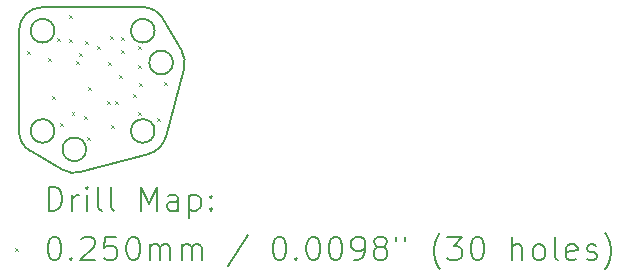
<source format=gbr>
%TF.GenerationSoftware,KiCad,Pcbnew,7.0.7*%
%TF.CreationDate,2024-01-02T23:41:26-05:00*%
%TF.ProjectId,O12encoder,4f313265-6e63-46f6-9465-722e6b696361,1*%
%TF.SameCoordinates,Original*%
%TF.FileFunction,Drillmap*%
%TF.FilePolarity,Positive*%
%FSLAX45Y45*%
G04 Gerber Fmt 4.5, Leading zero omitted, Abs format (unit mm)*
G04 Created by KiCad (PCBNEW 7.0.7) date 2024-01-02 23:41:26*
%MOMM*%
%LPD*%
G01*
G04 APERTURE LIST*
%ADD10C,0.150000*%
%ADD11C,0.200000*%
%ADD12C,0.025000*%
G04 APERTURE END LIST*
D10*
X4744709Y-5752760D02*
G75*
G03*
X4896472Y-5772741I100001J173210D01*
G01*
X4675736Y-5424264D02*
G75*
G03*
X4675736Y-5424264I-100000J0D01*
G01*
X4575736Y-4375736D02*
G75*
G03*
X4375736Y-4575736I4J-200004D01*
G01*
X4896472Y-5772741D02*
X5476028Y-5617449D01*
X5679555Y-4844709D02*
G75*
G03*
X5679555Y-4844709I-100000J0D01*
G01*
X5524264Y-5424264D02*
G75*
G03*
X5524264Y-5424264I-100000J0D01*
G01*
X4375735Y-5424264D02*
G75*
G03*
X4475736Y-5597469I200006J4D01*
G01*
X5617449Y-5476028D02*
X5772741Y-4896472D01*
X5597472Y-4475734D02*
G75*
G03*
X5424264Y-4375736I-173212J-100016D01*
G01*
X4675736Y-4575736D02*
G75*
G03*
X4675736Y-4575736I-100000J0D01*
G01*
X5772743Y-4896473D02*
G75*
G03*
X5752760Y-4744709I-193173J51763D01*
G01*
X4944709Y-5579556D02*
G75*
G03*
X4944709Y-5579556I-100000J0D01*
G01*
X5524264Y-4575736D02*
G75*
G03*
X5524264Y-4575736I-100000J0D01*
G01*
X5424264Y-4375736D02*
X4575736Y-4375736D01*
X5752761Y-4744709D02*
X5597469Y-4475736D01*
X4475736Y-5597469D02*
X4744709Y-5752761D01*
X4375736Y-4575736D02*
X4375736Y-5424264D01*
X5476028Y-5617449D02*
G75*
G03*
X5617449Y-5476028I-51768J193189D01*
G01*
D11*
D12*
X4443500Y-4749500D02*
X4468500Y-4774500D01*
X4468500Y-4749500D02*
X4443500Y-4774500D01*
X4624879Y-4807425D02*
X4649879Y-4832425D01*
X4649879Y-4807425D02*
X4624879Y-4832425D01*
X4652500Y-5127500D02*
X4677500Y-5152500D01*
X4677500Y-5127500D02*
X4652500Y-5152500D01*
X4697500Y-4640500D02*
X4722500Y-4665500D01*
X4722500Y-4640500D02*
X4697500Y-4665500D01*
X4722500Y-5357500D02*
X4747500Y-5382500D01*
X4747500Y-5357500D02*
X4722500Y-5382500D01*
X4797500Y-4645000D02*
X4822500Y-4670000D01*
X4822500Y-4645000D02*
X4797500Y-4670000D01*
X4801500Y-4445500D02*
X4826500Y-4470500D01*
X4826500Y-4445500D02*
X4801500Y-4470500D01*
X4821050Y-5267200D02*
X4846050Y-5292200D01*
X4846050Y-5267200D02*
X4821050Y-5292200D01*
X4856324Y-4831677D02*
X4881324Y-4856677D01*
X4881324Y-4831677D02*
X4856324Y-4856677D01*
X4882500Y-4763500D02*
X4907500Y-4788500D01*
X4907500Y-4763500D02*
X4882500Y-4788500D01*
X4927483Y-5296100D02*
X4952483Y-5321100D01*
X4952483Y-5296100D02*
X4927483Y-5321100D01*
X4935500Y-4663500D02*
X4960500Y-4688500D01*
X4960500Y-4663500D02*
X4935500Y-4688500D01*
X4952500Y-5472500D02*
X4977500Y-5497500D01*
X4977500Y-5472500D02*
X4952500Y-5497500D01*
X4961095Y-5052500D02*
X4986095Y-5077500D01*
X4986095Y-5052500D02*
X4961095Y-5077500D01*
X5037500Y-4707500D02*
X5062500Y-4732500D01*
X5062500Y-4707500D02*
X5037500Y-4732500D01*
X5118512Y-5171524D02*
X5143512Y-5196524D01*
X5143512Y-5171524D02*
X5118512Y-5196524D01*
X5130950Y-4842500D02*
X5155950Y-4867500D01*
X5155950Y-4842500D02*
X5130950Y-4867500D01*
X5149410Y-4621903D02*
X5174410Y-4646903D01*
X5174410Y-4621903D02*
X5149410Y-4646903D01*
X5157500Y-5377500D02*
X5182500Y-5402500D01*
X5182500Y-5377500D02*
X5157500Y-5402500D01*
X5192500Y-5167500D02*
X5217500Y-5192500D01*
X5217500Y-5167500D02*
X5192500Y-5192500D01*
X5222500Y-4947500D02*
X5247500Y-4972500D01*
X5247500Y-4947500D02*
X5222500Y-4972500D01*
X5237500Y-4632500D02*
X5262500Y-4657500D01*
X5262500Y-4632500D02*
X5237500Y-4657500D01*
X5237500Y-4742500D02*
X5262500Y-4767500D01*
X5262500Y-4742500D02*
X5237500Y-4767500D01*
X5342500Y-5107500D02*
X5367500Y-5132500D01*
X5367500Y-5107500D02*
X5342500Y-5132500D01*
X5381450Y-4709090D02*
X5406450Y-4734090D01*
X5406450Y-4709090D02*
X5381450Y-4734090D01*
X5381881Y-5265881D02*
X5406881Y-5290881D01*
X5406881Y-5265881D02*
X5381881Y-5290881D01*
X5385818Y-4863020D02*
X5410818Y-4888020D01*
X5410818Y-4863020D02*
X5385818Y-4888020D01*
X5392500Y-5017500D02*
X5417500Y-5042500D01*
X5417500Y-5017500D02*
X5392500Y-5042500D01*
X5547500Y-5312500D02*
X5572500Y-5337500D01*
X5572500Y-5312500D02*
X5547500Y-5337500D01*
X5606500Y-5009500D02*
X5631500Y-5034500D01*
X5631500Y-5009500D02*
X5606500Y-5034500D01*
D11*
X4629013Y-6098539D02*
X4629013Y-5898539D01*
X4629013Y-5898539D02*
X4676632Y-5898539D01*
X4676632Y-5898539D02*
X4705203Y-5908063D01*
X4705203Y-5908063D02*
X4724251Y-5927110D01*
X4724251Y-5927110D02*
X4733775Y-5946158D01*
X4733775Y-5946158D02*
X4743298Y-5984253D01*
X4743298Y-5984253D02*
X4743298Y-6012824D01*
X4743298Y-6012824D02*
X4733775Y-6050920D01*
X4733775Y-6050920D02*
X4724251Y-6069967D01*
X4724251Y-6069967D02*
X4705203Y-6089015D01*
X4705203Y-6089015D02*
X4676632Y-6098539D01*
X4676632Y-6098539D02*
X4629013Y-6098539D01*
X4829013Y-6098539D02*
X4829013Y-5965205D01*
X4829013Y-6003301D02*
X4838537Y-5984253D01*
X4838537Y-5984253D02*
X4848060Y-5974729D01*
X4848060Y-5974729D02*
X4867108Y-5965205D01*
X4867108Y-5965205D02*
X4886156Y-5965205D01*
X4952822Y-6098539D02*
X4952822Y-5965205D01*
X4952822Y-5898539D02*
X4943298Y-5908063D01*
X4943298Y-5908063D02*
X4952822Y-5917586D01*
X4952822Y-5917586D02*
X4962346Y-5908063D01*
X4962346Y-5908063D02*
X4952822Y-5898539D01*
X4952822Y-5898539D02*
X4952822Y-5917586D01*
X5076632Y-6098539D02*
X5057584Y-6089015D01*
X5057584Y-6089015D02*
X5048060Y-6069967D01*
X5048060Y-6069967D02*
X5048060Y-5898539D01*
X5181394Y-6098539D02*
X5162346Y-6089015D01*
X5162346Y-6089015D02*
X5152822Y-6069967D01*
X5152822Y-6069967D02*
X5152822Y-5898539D01*
X5409965Y-6098539D02*
X5409965Y-5898539D01*
X5409965Y-5898539D02*
X5476632Y-6041396D01*
X5476632Y-6041396D02*
X5543298Y-5898539D01*
X5543298Y-5898539D02*
X5543298Y-6098539D01*
X5724251Y-6098539D02*
X5724251Y-5993777D01*
X5724251Y-5993777D02*
X5714727Y-5974729D01*
X5714727Y-5974729D02*
X5695679Y-5965205D01*
X5695679Y-5965205D02*
X5657584Y-5965205D01*
X5657584Y-5965205D02*
X5638536Y-5974729D01*
X5724251Y-6089015D02*
X5705203Y-6098539D01*
X5705203Y-6098539D02*
X5657584Y-6098539D01*
X5657584Y-6098539D02*
X5638536Y-6089015D01*
X5638536Y-6089015D02*
X5629013Y-6069967D01*
X5629013Y-6069967D02*
X5629013Y-6050920D01*
X5629013Y-6050920D02*
X5638536Y-6031872D01*
X5638536Y-6031872D02*
X5657584Y-6022348D01*
X5657584Y-6022348D02*
X5705203Y-6022348D01*
X5705203Y-6022348D02*
X5724251Y-6012824D01*
X5819489Y-5965205D02*
X5819489Y-6165205D01*
X5819489Y-5974729D02*
X5838536Y-5965205D01*
X5838536Y-5965205D02*
X5876632Y-5965205D01*
X5876632Y-5965205D02*
X5895679Y-5974729D01*
X5895679Y-5974729D02*
X5905203Y-5984253D01*
X5905203Y-5984253D02*
X5914727Y-6003301D01*
X5914727Y-6003301D02*
X5914727Y-6060443D01*
X5914727Y-6060443D02*
X5905203Y-6079491D01*
X5905203Y-6079491D02*
X5895679Y-6089015D01*
X5895679Y-6089015D02*
X5876632Y-6098539D01*
X5876632Y-6098539D02*
X5838536Y-6098539D01*
X5838536Y-6098539D02*
X5819489Y-6089015D01*
X6000441Y-6079491D02*
X6009965Y-6089015D01*
X6009965Y-6089015D02*
X6000441Y-6098539D01*
X6000441Y-6098539D02*
X5990917Y-6089015D01*
X5990917Y-6089015D02*
X6000441Y-6079491D01*
X6000441Y-6079491D02*
X6000441Y-6098539D01*
X6000441Y-5974729D02*
X6009965Y-5984253D01*
X6009965Y-5984253D02*
X6000441Y-5993777D01*
X6000441Y-5993777D02*
X5990917Y-5984253D01*
X5990917Y-5984253D02*
X6000441Y-5974729D01*
X6000441Y-5974729D02*
X6000441Y-5993777D01*
D12*
X4343236Y-6414555D02*
X4368236Y-6439555D01*
X4368236Y-6414555D02*
X4343236Y-6439555D01*
D11*
X4667108Y-6318539D02*
X4686156Y-6318539D01*
X4686156Y-6318539D02*
X4705203Y-6328063D01*
X4705203Y-6328063D02*
X4714727Y-6337586D01*
X4714727Y-6337586D02*
X4724251Y-6356634D01*
X4724251Y-6356634D02*
X4733775Y-6394729D01*
X4733775Y-6394729D02*
X4733775Y-6442348D01*
X4733775Y-6442348D02*
X4724251Y-6480443D01*
X4724251Y-6480443D02*
X4714727Y-6499491D01*
X4714727Y-6499491D02*
X4705203Y-6509015D01*
X4705203Y-6509015D02*
X4686156Y-6518539D01*
X4686156Y-6518539D02*
X4667108Y-6518539D01*
X4667108Y-6518539D02*
X4648060Y-6509015D01*
X4648060Y-6509015D02*
X4638537Y-6499491D01*
X4638537Y-6499491D02*
X4629013Y-6480443D01*
X4629013Y-6480443D02*
X4619489Y-6442348D01*
X4619489Y-6442348D02*
X4619489Y-6394729D01*
X4619489Y-6394729D02*
X4629013Y-6356634D01*
X4629013Y-6356634D02*
X4638537Y-6337586D01*
X4638537Y-6337586D02*
X4648060Y-6328063D01*
X4648060Y-6328063D02*
X4667108Y-6318539D01*
X4819489Y-6499491D02*
X4829013Y-6509015D01*
X4829013Y-6509015D02*
X4819489Y-6518539D01*
X4819489Y-6518539D02*
X4809965Y-6509015D01*
X4809965Y-6509015D02*
X4819489Y-6499491D01*
X4819489Y-6499491D02*
X4819489Y-6518539D01*
X4905203Y-6337586D02*
X4914727Y-6328063D01*
X4914727Y-6328063D02*
X4933775Y-6318539D01*
X4933775Y-6318539D02*
X4981394Y-6318539D01*
X4981394Y-6318539D02*
X5000441Y-6328063D01*
X5000441Y-6328063D02*
X5009965Y-6337586D01*
X5009965Y-6337586D02*
X5019489Y-6356634D01*
X5019489Y-6356634D02*
X5019489Y-6375682D01*
X5019489Y-6375682D02*
X5009965Y-6404253D01*
X5009965Y-6404253D02*
X4895679Y-6518539D01*
X4895679Y-6518539D02*
X5019489Y-6518539D01*
X5200441Y-6318539D02*
X5105203Y-6318539D01*
X5105203Y-6318539D02*
X5095679Y-6413777D01*
X5095679Y-6413777D02*
X5105203Y-6404253D01*
X5105203Y-6404253D02*
X5124251Y-6394729D01*
X5124251Y-6394729D02*
X5171870Y-6394729D01*
X5171870Y-6394729D02*
X5190918Y-6404253D01*
X5190918Y-6404253D02*
X5200441Y-6413777D01*
X5200441Y-6413777D02*
X5209965Y-6432824D01*
X5209965Y-6432824D02*
X5209965Y-6480443D01*
X5209965Y-6480443D02*
X5200441Y-6499491D01*
X5200441Y-6499491D02*
X5190918Y-6509015D01*
X5190918Y-6509015D02*
X5171870Y-6518539D01*
X5171870Y-6518539D02*
X5124251Y-6518539D01*
X5124251Y-6518539D02*
X5105203Y-6509015D01*
X5105203Y-6509015D02*
X5095679Y-6499491D01*
X5333775Y-6318539D02*
X5352822Y-6318539D01*
X5352822Y-6318539D02*
X5371870Y-6328063D01*
X5371870Y-6328063D02*
X5381394Y-6337586D01*
X5381394Y-6337586D02*
X5390918Y-6356634D01*
X5390918Y-6356634D02*
X5400441Y-6394729D01*
X5400441Y-6394729D02*
X5400441Y-6442348D01*
X5400441Y-6442348D02*
X5390918Y-6480443D01*
X5390918Y-6480443D02*
X5381394Y-6499491D01*
X5381394Y-6499491D02*
X5371870Y-6509015D01*
X5371870Y-6509015D02*
X5352822Y-6518539D01*
X5352822Y-6518539D02*
X5333775Y-6518539D01*
X5333775Y-6518539D02*
X5314727Y-6509015D01*
X5314727Y-6509015D02*
X5305203Y-6499491D01*
X5305203Y-6499491D02*
X5295679Y-6480443D01*
X5295679Y-6480443D02*
X5286156Y-6442348D01*
X5286156Y-6442348D02*
X5286156Y-6394729D01*
X5286156Y-6394729D02*
X5295679Y-6356634D01*
X5295679Y-6356634D02*
X5305203Y-6337586D01*
X5305203Y-6337586D02*
X5314727Y-6328063D01*
X5314727Y-6328063D02*
X5333775Y-6318539D01*
X5486156Y-6518539D02*
X5486156Y-6385205D01*
X5486156Y-6404253D02*
X5495679Y-6394729D01*
X5495679Y-6394729D02*
X5514727Y-6385205D01*
X5514727Y-6385205D02*
X5543299Y-6385205D01*
X5543299Y-6385205D02*
X5562346Y-6394729D01*
X5562346Y-6394729D02*
X5571870Y-6413777D01*
X5571870Y-6413777D02*
X5571870Y-6518539D01*
X5571870Y-6413777D02*
X5581394Y-6394729D01*
X5581394Y-6394729D02*
X5600441Y-6385205D01*
X5600441Y-6385205D02*
X5629013Y-6385205D01*
X5629013Y-6385205D02*
X5648060Y-6394729D01*
X5648060Y-6394729D02*
X5657584Y-6413777D01*
X5657584Y-6413777D02*
X5657584Y-6518539D01*
X5752822Y-6518539D02*
X5752822Y-6385205D01*
X5752822Y-6404253D02*
X5762346Y-6394729D01*
X5762346Y-6394729D02*
X5781394Y-6385205D01*
X5781394Y-6385205D02*
X5809965Y-6385205D01*
X5809965Y-6385205D02*
X5829013Y-6394729D01*
X5829013Y-6394729D02*
X5838537Y-6413777D01*
X5838537Y-6413777D02*
X5838537Y-6518539D01*
X5838537Y-6413777D02*
X5848060Y-6394729D01*
X5848060Y-6394729D02*
X5867108Y-6385205D01*
X5867108Y-6385205D02*
X5895679Y-6385205D01*
X5895679Y-6385205D02*
X5914727Y-6394729D01*
X5914727Y-6394729D02*
X5924251Y-6413777D01*
X5924251Y-6413777D02*
X5924251Y-6518539D01*
X6314727Y-6309015D02*
X6143299Y-6566158D01*
X6571870Y-6318539D02*
X6590918Y-6318539D01*
X6590918Y-6318539D02*
X6609965Y-6328063D01*
X6609965Y-6328063D02*
X6619489Y-6337586D01*
X6619489Y-6337586D02*
X6629013Y-6356634D01*
X6629013Y-6356634D02*
X6638537Y-6394729D01*
X6638537Y-6394729D02*
X6638537Y-6442348D01*
X6638537Y-6442348D02*
X6629013Y-6480443D01*
X6629013Y-6480443D02*
X6619489Y-6499491D01*
X6619489Y-6499491D02*
X6609965Y-6509015D01*
X6609965Y-6509015D02*
X6590918Y-6518539D01*
X6590918Y-6518539D02*
X6571870Y-6518539D01*
X6571870Y-6518539D02*
X6552822Y-6509015D01*
X6552822Y-6509015D02*
X6543299Y-6499491D01*
X6543299Y-6499491D02*
X6533775Y-6480443D01*
X6533775Y-6480443D02*
X6524251Y-6442348D01*
X6524251Y-6442348D02*
X6524251Y-6394729D01*
X6524251Y-6394729D02*
X6533775Y-6356634D01*
X6533775Y-6356634D02*
X6543299Y-6337586D01*
X6543299Y-6337586D02*
X6552822Y-6328063D01*
X6552822Y-6328063D02*
X6571870Y-6318539D01*
X6724251Y-6499491D02*
X6733775Y-6509015D01*
X6733775Y-6509015D02*
X6724251Y-6518539D01*
X6724251Y-6518539D02*
X6714727Y-6509015D01*
X6714727Y-6509015D02*
X6724251Y-6499491D01*
X6724251Y-6499491D02*
X6724251Y-6518539D01*
X6857584Y-6318539D02*
X6876632Y-6318539D01*
X6876632Y-6318539D02*
X6895680Y-6328063D01*
X6895680Y-6328063D02*
X6905203Y-6337586D01*
X6905203Y-6337586D02*
X6914727Y-6356634D01*
X6914727Y-6356634D02*
X6924251Y-6394729D01*
X6924251Y-6394729D02*
X6924251Y-6442348D01*
X6924251Y-6442348D02*
X6914727Y-6480443D01*
X6914727Y-6480443D02*
X6905203Y-6499491D01*
X6905203Y-6499491D02*
X6895680Y-6509015D01*
X6895680Y-6509015D02*
X6876632Y-6518539D01*
X6876632Y-6518539D02*
X6857584Y-6518539D01*
X6857584Y-6518539D02*
X6838537Y-6509015D01*
X6838537Y-6509015D02*
X6829013Y-6499491D01*
X6829013Y-6499491D02*
X6819489Y-6480443D01*
X6819489Y-6480443D02*
X6809965Y-6442348D01*
X6809965Y-6442348D02*
X6809965Y-6394729D01*
X6809965Y-6394729D02*
X6819489Y-6356634D01*
X6819489Y-6356634D02*
X6829013Y-6337586D01*
X6829013Y-6337586D02*
X6838537Y-6328063D01*
X6838537Y-6328063D02*
X6857584Y-6318539D01*
X7048060Y-6318539D02*
X7067108Y-6318539D01*
X7067108Y-6318539D02*
X7086156Y-6328063D01*
X7086156Y-6328063D02*
X7095680Y-6337586D01*
X7095680Y-6337586D02*
X7105203Y-6356634D01*
X7105203Y-6356634D02*
X7114727Y-6394729D01*
X7114727Y-6394729D02*
X7114727Y-6442348D01*
X7114727Y-6442348D02*
X7105203Y-6480443D01*
X7105203Y-6480443D02*
X7095680Y-6499491D01*
X7095680Y-6499491D02*
X7086156Y-6509015D01*
X7086156Y-6509015D02*
X7067108Y-6518539D01*
X7067108Y-6518539D02*
X7048060Y-6518539D01*
X7048060Y-6518539D02*
X7029013Y-6509015D01*
X7029013Y-6509015D02*
X7019489Y-6499491D01*
X7019489Y-6499491D02*
X7009965Y-6480443D01*
X7009965Y-6480443D02*
X7000441Y-6442348D01*
X7000441Y-6442348D02*
X7000441Y-6394729D01*
X7000441Y-6394729D02*
X7009965Y-6356634D01*
X7009965Y-6356634D02*
X7019489Y-6337586D01*
X7019489Y-6337586D02*
X7029013Y-6328063D01*
X7029013Y-6328063D02*
X7048060Y-6318539D01*
X7209965Y-6518539D02*
X7248060Y-6518539D01*
X7248060Y-6518539D02*
X7267108Y-6509015D01*
X7267108Y-6509015D02*
X7276632Y-6499491D01*
X7276632Y-6499491D02*
X7295680Y-6470920D01*
X7295680Y-6470920D02*
X7305203Y-6432824D01*
X7305203Y-6432824D02*
X7305203Y-6356634D01*
X7305203Y-6356634D02*
X7295680Y-6337586D01*
X7295680Y-6337586D02*
X7286156Y-6328063D01*
X7286156Y-6328063D02*
X7267108Y-6318539D01*
X7267108Y-6318539D02*
X7229013Y-6318539D01*
X7229013Y-6318539D02*
X7209965Y-6328063D01*
X7209965Y-6328063D02*
X7200441Y-6337586D01*
X7200441Y-6337586D02*
X7190918Y-6356634D01*
X7190918Y-6356634D02*
X7190918Y-6404253D01*
X7190918Y-6404253D02*
X7200441Y-6423301D01*
X7200441Y-6423301D02*
X7209965Y-6432824D01*
X7209965Y-6432824D02*
X7229013Y-6442348D01*
X7229013Y-6442348D02*
X7267108Y-6442348D01*
X7267108Y-6442348D02*
X7286156Y-6432824D01*
X7286156Y-6432824D02*
X7295680Y-6423301D01*
X7295680Y-6423301D02*
X7305203Y-6404253D01*
X7419489Y-6404253D02*
X7400441Y-6394729D01*
X7400441Y-6394729D02*
X7390918Y-6385205D01*
X7390918Y-6385205D02*
X7381394Y-6366158D01*
X7381394Y-6366158D02*
X7381394Y-6356634D01*
X7381394Y-6356634D02*
X7390918Y-6337586D01*
X7390918Y-6337586D02*
X7400441Y-6328063D01*
X7400441Y-6328063D02*
X7419489Y-6318539D01*
X7419489Y-6318539D02*
X7457584Y-6318539D01*
X7457584Y-6318539D02*
X7476632Y-6328063D01*
X7476632Y-6328063D02*
X7486156Y-6337586D01*
X7486156Y-6337586D02*
X7495680Y-6356634D01*
X7495680Y-6356634D02*
X7495680Y-6366158D01*
X7495680Y-6366158D02*
X7486156Y-6385205D01*
X7486156Y-6385205D02*
X7476632Y-6394729D01*
X7476632Y-6394729D02*
X7457584Y-6404253D01*
X7457584Y-6404253D02*
X7419489Y-6404253D01*
X7419489Y-6404253D02*
X7400441Y-6413777D01*
X7400441Y-6413777D02*
X7390918Y-6423301D01*
X7390918Y-6423301D02*
X7381394Y-6442348D01*
X7381394Y-6442348D02*
X7381394Y-6480443D01*
X7381394Y-6480443D02*
X7390918Y-6499491D01*
X7390918Y-6499491D02*
X7400441Y-6509015D01*
X7400441Y-6509015D02*
X7419489Y-6518539D01*
X7419489Y-6518539D02*
X7457584Y-6518539D01*
X7457584Y-6518539D02*
X7476632Y-6509015D01*
X7476632Y-6509015D02*
X7486156Y-6499491D01*
X7486156Y-6499491D02*
X7495680Y-6480443D01*
X7495680Y-6480443D02*
X7495680Y-6442348D01*
X7495680Y-6442348D02*
X7486156Y-6423301D01*
X7486156Y-6423301D02*
X7476632Y-6413777D01*
X7476632Y-6413777D02*
X7457584Y-6404253D01*
X7571870Y-6318539D02*
X7571870Y-6356634D01*
X7648061Y-6318539D02*
X7648061Y-6356634D01*
X7943299Y-6594729D02*
X7933775Y-6585205D01*
X7933775Y-6585205D02*
X7914727Y-6556634D01*
X7914727Y-6556634D02*
X7905203Y-6537586D01*
X7905203Y-6537586D02*
X7895680Y-6509015D01*
X7895680Y-6509015D02*
X7886156Y-6461396D01*
X7886156Y-6461396D02*
X7886156Y-6423301D01*
X7886156Y-6423301D02*
X7895680Y-6375682D01*
X7895680Y-6375682D02*
X7905203Y-6347110D01*
X7905203Y-6347110D02*
X7914727Y-6328063D01*
X7914727Y-6328063D02*
X7933775Y-6299491D01*
X7933775Y-6299491D02*
X7943299Y-6289967D01*
X8000442Y-6318539D02*
X8124251Y-6318539D01*
X8124251Y-6318539D02*
X8057584Y-6394729D01*
X8057584Y-6394729D02*
X8086156Y-6394729D01*
X8086156Y-6394729D02*
X8105203Y-6404253D01*
X8105203Y-6404253D02*
X8114727Y-6413777D01*
X8114727Y-6413777D02*
X8124251Y-6432824D01*
X8124251Y-6432824D02*
X8124251Y-6480443D01*
X8124251Y-6480443D02*
X8114727Y-6499491D01*
X8114727Y-6499491D02*
X8105203Y-6509015D01*
X8105203Y-6509015D02*
X8086156Y-6518539D01*
X8086156Y-6518539D02*
X8029013Y-6518539D01*
X8029013Y-6518539D02*
X8009965Y-6509015D01*
X8009965Y-6509015D02*
X8000442Y-6499491D01*
X8248061Y-6318539D02*
X8267108Y-6318539D01*
X8267108Y-6318539D02*
X8286156Y-6328063D01*
X8286156Y-6328063D02*
X8295680Y-6337586D01*
X8295680Y-6337586D02*
X8305203Y-6356634D01*
X8305203Y-6356634D02*
X8314727Y-6394729D01*
X8314727Y-6394729D02*
X8314727Y-6442348D01*
X8314727Y-6442348D02*
X8305203Y-6480443D01*
X8305203Y-6480443D02*
X8295680Y-6499491D01*
X8295680Y-6499491D02*
X8286156Y-6509015D01*
X8286156Y-6509015D02*
X8267108Y-6518539D01*
X8267108Y-6518539D02*
X8248061Y-6518539D01*
X8248061Y-6518539D02*
X8229013Y-6509015D01*
X8229013Y-6509015D02*
X8219489Y-6499491D01*
X8219489Y-6499491D02*
X8209965Y-6480443D01*
X8209965Y-6480443D02*
X8200442Y-6442348D01*
X8200442Y-6442348D02*
X8200442Y-6394729D01*
X8200442Y-6394729D02*
X8209965Y-6356634D01*
X8209965Y-6356634D02*
X8219489Y-6337586D01*
X8219489Y-6337586D02*
X8229013Y-6328063D01*
X8229013Y-6328063D02*
X8248061Y-6318539D01*
X8552823Y-6518539D02*
X8552823Y-6318539D01*
X8638537Y-6518539D02*
X8638537Y-6413777D01*
X8638537Y-6413777D02*
X8629013Y-6394729D01*
X8629013Y-6394729D02*
X8609966Y-6385205D01*
X8609966Y-6385205D02*
X8581394Y-6385205D01*
X8581394Y-6385205D02*
X8562346Y-6394729D01*
X8562346Y-6394729D02*
X8552823Y-6404253D01*
X8762346Y-6518539D02*
X8743299Y-6509015D01*
X8743299Y-6509015D02*
X8733775Y-6499491D01*
X8733775Y-6499491D02*
X8724251Y-6480443D01*
X8724251Y-6480443D02*
X8724251Y-6423301D01*
X8724251Y-6423301D02*
X8733775Y-6404253D01*
X8733775Y-6404253D02*
X8743299Y-6394729D01*
X8743299Y-6394729D02*
X8762346Y-6385205D01*
X8762346Y-6385205D02*
X8790918Y-6385205D01*
X8790918Y-6385205D02*
X8809966Y-6394729D01*
X8809966Y-6394729D02*
X8819489Y-6404253D01*
X8819489Y-6404253D02*
X8829013Y-6423301D01*
X8829013Y-6423301D02*
X8829013Y-6480443D01*
X8829013Y-6480443D02*
X8819489Y-6499491D01*
X8819489Y-6499491D02*
X8809966Y-6509015D01*
X8809966Y-6509015D02*
X8790918Y-6518539D01*
X8790918Y-6518539D02*
X8762346Y-6518539D01*
X8943299Y-6518539D02*
X8924251Y-6509015D01*
X8924251Y-6509015D02*
X8914727Y-6489967D01*
X8914727Y-6489967D02*
X8914727Y-6318539D01*
X9095680Y-6509015D02*
X9076632Y-6518539D01*
X9076632Y-6518539D02*
X9038537Y-6518539D01*
X9038537Y-6518539D02*
X9019489Y-6509015D01*
X9019489Y-6509015D02*
X9009966Y-6489967D01*
X9009966Y-6489967D02*
X9009966Y-6413777D01*
X9009966Y-6413777D02*
X9019489Y-6394729D01*
X9019489Y-6394729D02*
X9038537Y-6385205D01*
X9038537Y-6385205D02*
X9076632Y-6385205D01*
X9076632Y-6385205D02*
X9095680Y-6394729D01*
X9095680Y-6394729D02*
X9105204Y-6413777D01*
X9105204Y-6413777D02*
X9105204Y-6432824D01*
X9105204Y-6432824D02*
X9009966Y-6451872D01*
X9181394Y-6509015D02*
X9200442Y-6518539D01*
X9200442Y-6518539D02*
X9238537Y-6518539D01*
X9238537Y-6518539D02*
X9257585Y-6509015D01*
X9257585Y-6509015D02*
X9267108Y-6489967D01*
X9267108Y-6489967D02*
X9267108Y-6480443D01*
X9267108Y-6480443D02*
X9257585Y-6461396D01*
X9257585Y-6461396D02*
X9238537Y-6451872D01*
X9238537Y-6451872D02*
X9209966Y-6451872D01*
X9209966Y-6451872D02*
X9190918Y-6442348D01*
X9190918Y-6442348D02*
X9181394Y-6423301D01*
X9181394Y-6423301D02*
X9181394Y-6413777D01*
X9181394Y-6413777D02*
X9190918Y-6394729D01*
X9190918Y-6394729D02*
X9209966Y-6385205D01*
X9209966Y-6385205D02*
X9238537Y-6385205D01*
X9238537Y-6385205D02*
X9257585Y-6394729D01*
X9333775Y-6594729D02*
X9343299Y-6585205D01*
X9343299Y-6585205D02*
X9362347Y-6556634D01*
X9362347Y-6556634D02*
X9371870Y-6537586D01*
X9371870Y-6537586D02*
X9381394Y-6509015D01*
X9381394Y-6509015D02*
X9390918Y-6461396D01*
X9390918Y-6461396D02*
X9390918Y-6423301D01*
X9390918Y-6423301D02*
X9381394Y-6375682D01*
X9381394Y-6375682D02*
X9371870Y-6347110D01*
X9371870Y-6347110D02*
X9362347Y-6328063D01*
X9362347Y-6328063D02*
X9343299Y-6299491D01*
X9343299Y-6299491D02*
X9333775Y-6289967D01*
M02*

</source>
